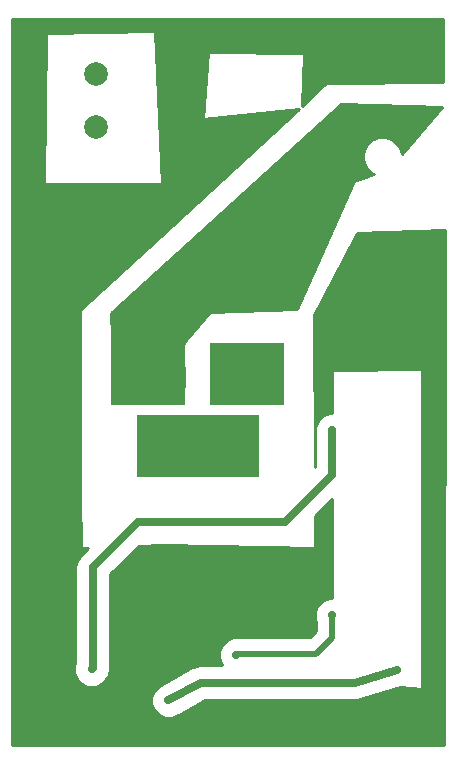
<source format=gbl>
G04 (created by PCBNEW (2013-08-24 BZR 4298)-stable) date Mon 09 Dec 2013 08:00:48 PM PST*
%MOIN*%
G04 Gerber Fmt 3.4, Leading zero omitted, Abs format*
%FSLAX34Y34*%
G01*
G70*
G90*
G04 APERTURE LIST*
%ADD10C,0.005906*%
%ADD11C,0.019685*%
%ADD12R,0.245276X0.206693*%
%ADD13R,0.405512X0.206693*%
%ADD14C,0.078700*%
%ADD15C,0.027559*%
%ADD16C,0.027559*%
%ADD17C,0.019685*%
%ADD18C,0.078740*%
%ADD19C,0.010000*%
G04 APERTURE END LIST*
G54D10*
G54D11*
X55147Y-39437D03*
X55541Y-39437D03*
X55935Y-39437D03*
X56328Y-39437D03*
X56722Y-39437D03*
X57116Y-39437D03*
X60395Y-39437D03*
X60001Y-39437D03*
X59608Y-39437D03*
X59214Y-39437D03*
X58820Y-39437D03*
X58427Y-39437D03*
X60395Y-39830D03*
X60001Y-39830D03*
X59608Y-39830D03*
X59214Y-39830D03*
X58820Y-39830D03*
X58427Y-39830D03*
X57116Y-39830D03*
X56722Y-39830D03*
X56328Y-39830D03*
X55935Y-39830D03*
X55541Y-39830D03*
X55147Y-39830D03*
X58427Y-40224D03*
X58820Y-40224D03*
X59214Y-40224D03*
X59608Y-40224D03*
X60001Y-40224D03*
X60395Y-40224D03*
X57116Y-40224D03*
X56722Y-40224D03*
X56328Y-40224D03*
X55935Y-40224D03*
X55541Y-40224D03*
X55147Y-40224D03*
X55147Y-40618D03*
X55541Y-40618D03*
X55935Y-40618D03*
X56328Y-40618D03*
X56722Y-40618D03*
X57116Y-40618D03*
X58427Y-40618D03*
X58820Y-40618D03*
X59214Y-40618D03*
X59608Y-40618D03*
X60001Y-40618D03*
X60395Y-40618D03*
X55147Y-41011D03*
X55541Y-41011D03*
X55935Y-41011D03*
X56328Y-41011D03*
X56722Y-41011D03*
X57116Y-41011D03*
X58427Y-41011D03*
X58820Y-41011D03*
X59214Y-41011D03*
X59608Y-41011D03*
X60001Y-41011D03*
X60395Y-41011D03*
X58421Y-41838D03*
X58814Y-41838D03*
X59208Y-41838D03*
X59602Y-41838D03*
X59602Y-42232D03*
X59208Y-42232D03*
X58814Y-42232D03*
X58421Y-42232D03*
X59602Y-42625D03*
X59208Y-42625D03*
X58814Y-42625D03*
X58421Y-42625D03*
X58421Y-43019D03*
X58814Y-43019D03*
X59208Y-43019D03*
X59602Y-43019D03*
X58421Y-43413D03*
X58814Y-43413D03*
X59208Y-43413D03*
X59602Y-43413D03*
X58027Y-43413D03*
X57515Y-43413D03*
X57122Y-43413D03*
X56728Y-43413D03*
X56334Y-43413D03*
X55940Y-43413D03*
X58027Y-43019D03*
X57515Y-43019D03*
X57122Y-43019D03*
X56728Y-43019D03*
X56334Y-43019D03*
X55940Y-43019D03*
X55940Y-42625D03*
X56334Y-42625D03*
X56728Y-42625D03*
X57122Y-42625D03*
X57515Y-42625D03*
X58027Y-42625D03*
X55940Y-42232D03*
X56334Y-42232D03*
X56728Y-42232D03*
X57122Y-42232D03*
X57515Y-42232D03*
X58027Y-42232D03*
X58027Y-41838D03*
X57515Y-41838D03*
X57122Y-41838D03*
X56728Y-41838D03*
X56334Y-41838D03*
X55940Y-41838D03*
G54D12*
X56131Y-40224D03*
X59411Y-40224D03*
G54D13*
X57771Y-42625D03*
G54D14*
X54401Y-31992D03*
X54401Y-30220D03*
G54D15*
X62263Y-42106D03*
X54240Y-50070D03*
X61259Y-46358D03*
X65736Y-41031D03*
X56661Y-46688D03*
X62106Y-30074D03*
X57267Y-49787D03*
X53251Y-35803D03*
X64901Y-31649D03*
X56803Y-51106D03*
X64429Y-50090D03*
X62259Y-48271D03*
X59070Y-49586D03*
G54D16*
X60692Y-45145D02*
X62263Y-43574D01*
X62263Y-43574D02*
X62263Y-42106D01*
X54283Y-46665D02*
X55803Y-45145D01*
X55803Y-45145D02*
X60692Y-45145D01*
X54240Y-50070D02*
X54283Y-50027D01*
X54283Y-50027D02*
X54283Y-46665D01*
G54D17*
X65736Y-41031D02*
X65736Y-41038D01*
G54D16*
X57267Y-49787D02*
X57204Y-49850D01*
G54D18*
X53188Y-35866D02*
X53188Y-35893D01*
X53251Y-35803D02*
X53188Y-35866D01*
X56131Y-40224D02*
X56131Y-38155D01*
X56131Y-38155D02*
X62637Y-31649D01*
X62637Y-31649D02*
X64901Y-31649D01*
G54D16*
X57881Y-50511D02*
X56803Y-51106D01*
X63027Y-50511D02*
X57881Y-50511D01*
X64429Y-50090D02*
X63027Y-50511D01*
G54D17*
X62259Y-49015D02*
X62259Y-48271D01*
X61732Y-49543D02*
X62259Y-49015D01*
X59114Y-49543D02*
X61732Y-49543D01*
X59070Y-49586D02*
X59114Y-49543D01*
G54D10*
G36*
X65909Y-31322D02*
X64573Y-32894D01*
X64573Y-32845D01*
X64476Y-32610D01*
X64296Y-32429D01*
X64061Y-32331D01*
X63806Y-32331D01*
X63570Y-32429D01*
X63390Y-32609D01*
X63292Y-32844D01*
X63292Y-33099D01*
X63389Y-33334D01*
X63569Y-33515D01*
X63647Y-33547D01*
X62994Y-33795D01*
X61077Y-38065D01*
X58180Y-38171D01*
X57393Y-39099D01*
X57280Y-39256D01*
X57314Y-40656D01*
X55218Y-40724D01*
X54997Y-40476D01*
X54897Y-38206D01*
X62562Y-31235D01*
X65909Y-31322D01*
X65909Y-31322D01*
G37*
G54D19*
X65909Y-31322D02*
X64573Y-32894D01*
X64573Y-32845D01*
X64476Y-32610D01*
X64296Y-32429D01*
X64061Y-32331D01*
X63806Y-32331D01*
X63570Y-32429D01*
X63390Y-32609D01*
X63292Y-32844D01*
X63292Y-33099D01*
X63389Y-33334D01*
X63569Y-33515D01*
X63647Y-33547D01*
X62994Y-33795D01*
X61077Y-38065D01*
X58180Y-38171D01*
X57393Y-39099D01*
X57280Y-39256D01*
X57314Y-40656D01*
X55218Y-40724D01*
X54997Y-40476D01*
X54897Y-38206D01*
X62562Y-31235D01*
X65909Y-31322D01*
G54D10*
G36*
X66036Y-35429D02*
X65993Y-52591D01*
X51601Y-52599D01*
X51601Y-28400D01*
X65961Y-28400D01*
X65950Y-30505D01*
X62070Y-30540D01*
X61254Y-31290D01*
X61317Y-29532D01*
X58135Y-29495D01*
X57964Y-31715D01*
X61150Y-31386D01*
X56575Y-35589D01*
X56575Y-33901D01*
X56365Y-28793D01*
X52716Y-28848D01*
X52665Y-33901D01*
X56575Y-33901D01*
X56575Y-35589D01*
X53851Y-38092D01*
X53851Y-44252D01*
X53892Y-46028D01*
X54105Y-46020D01*
X53872Y-46254D01*
X53746Y-46442D01*
X53701Y-46665D01*
X53701Y-49850D01*
X53658Y-49954D01*
X53658Y-50186D01*
X53746Y-50399D01*
X53828Y-50482D01*
X53910Y-50563D01*
X54017Y-50608D01*
X54123Y-50652D01*
X54240Y-50652D01*
X54355Y-50652D01*
X54462Y-50608D01*
X54569Y-50564D01*
X54651Y-50482D01*
X54732Y-50400D01*
X54753Y-50350D01*
X54753Y-50350D01*
X54820Y-50250D01*
X54820Y-50250D01*
X54864Y-50027D01*
X54864Y-46906D01*
X55808Y-45962D01*
X56594Y-45935D01*
X61695Y-46007D01*
X61689Y-44971D01*
X62256Y-44404D01*
X62260Y-47690D01*
X62144Y-47690D01*
X61930Y-47778D01*
X61767Y-47941D01*
X61678Y-48155D01*
X61678Y-48386D01*
X61717Y-48482D01*
X61717Y-48791D01*
X61507Y-49001D01*
X59114Y-49001D01*
X59094Y-49005D01*
X58955Y-49005D01*
X58741Y-49093D01*
X58578Y-49256D01*
X58489Y-49470D01*
X58489Y-49701D01*
X58577Y-49915D01*
X58592Y-49930D01*
X57881Y-49930D01*
X57849Y-49936D01*
X57817Y-49933D01*
X57739Y-49958D01*
X57659Y-49974D01*
X57632Y-49992D01*
X57601Y-50002D01*
X56551Y-50581D01*
X56474Y-50613D01*
X56310Y-50776D01*
X56221Y-50990D01*
X56221Y-51221D01*
X56309Y-51435D01*
X56473Y-51598D01*
X56686Y-51687D01*
X56918Y-51687D01*
X57132Y-51599D01*
X57155Y-51575D01*
X58031Y-51093D01*
X63027Y-51093D01*
X63110Y-51076D01*
X63194Y-51068D01*
X64513Y-50672D01*
X65255Y-50723D01*
X65255Y-40053D01*
X62251Y-40103D01*
X62253Y-41524D01*
X62148Y-41524D01*
X61934Y-41613D01*
X61771Y-41776D01*
X61682Y-41990D01*
X61682Y-42221D01*
X61682Y-42221D01*
X61682Y-43333D01*
X61679Y-43336D01*
X61648Y-38264D01*
X63081Y-35513D01*
X66036Y-35429D01*
X66036Y-35429D01*
G37*
G54D19*
X66036Y-35429D02*
X65993Y-52591D01*
X51601Y-52599D01*
X51601Y-28400D01*
X65961Y-28400D01*
X65950Y-30505D01*
X62070Y-30540D01*
X61254Y-31290D01*
X61317Y-29532D01*
X58135Y-29495D01*
X57964Y-31715D01*
X61150Y-31386D01*
X56575Y-35589D01*
X56575Y-33901D01*
X56365Y-28793D01*
X52716Y-28848D01*
X52665Y-33901D01*
X56575Y-33901D01*
X56575Y-35589D01*
X53851Y-38092D01*
X53851Y-44252D01*
X53892Y-46028D01*
X54105Y-46020D01*
X53872Y-46254D01*
X53746Y-46442D01*
X53701Y-46665D01*
X53701Y-49850D01*
X53658Y-49954D01*
X53658Y-50186D01*
X53746Y-50399D01*
X53828Y-50482D01*
X53910Y-50563D01*
X54017Y-50608D01*
X54123Y-50652D01*
X54240Y-50652D01*
X54355Y-50652D01*
X54462Y-50608D01*
X54569Y-50564D01*
X54651Y-50482D01*
X54732Y-50400D01*
X54753Y-50350D01*
X54753Y-50350D01*
X54820Y-50250D01*
X54820Y-50250D01*
X54864Y-50027D01*
X54864Y-46906D01*
X55808Y-45962D01*
X56594Y-45935D01*
X61695Y-46007D01*
X61689Y-44971D01*
X62256Y-44404D01*
X62260Y-47690D01*
X62144Y-47690D01*
X61930Y-47778D01*
X61767Y-47941D01*
X61678Y-48155D01*
X61678Y-48386D01*
X61717Y-48482D01*
X61717Y-48791D01*
X61507Y-49001D01*
X59114Y-49001D01*
X59094Y-49005D01*
X58955Y-49005D01*
X58741Y-49093D01*
X58578Y-49256D01*
X58489Y-49470D01*
X58489Y-49701D01*
X58577Y-49915D01*
X58592Y-49930D01*
X57881Y-49930D01*
X57849Y-49936D01*
X57817Y-49933D01*
X57739Y-49958D01*
X57659Y-49974D01*
X57632Y-49992D01*
X57601Y-50002D01*
X56551Y-50581D01*
X56474Y-50613D01*
X56310Y-50776D01*
X56221Y-50990D01*
X56221Y-51221D01*
X56309Y-51435D01*
X56473Y-51598D01*
X56686Y-51687D01*
X56918Y-51687D01*
X57132Y-51599D01*
X57155Y-51575D01*
X58031Y-51093D01*
X63027Y-51093D01*
X63110Y-51076D01*
X63194Y-51068D01*
X64513Y-50672D01*
X65255Y-50723D01*
X65255Y-40053D01*
X62251Y-40103D01*
X62253Y-41524D01*
X62148Y-41524D01*
X61934Y-41613D01*
X61771Y-41776D01*
X61682Y-41990D01*
X61682Y-42221D01*
X61682Y-42221D01*
X61682Y-43333D01*
X61679Y-43336D01*
X61648Y-38264D01*
X63081Y-35513D01*
X66036Y-35429D01*
M02*

</source>
